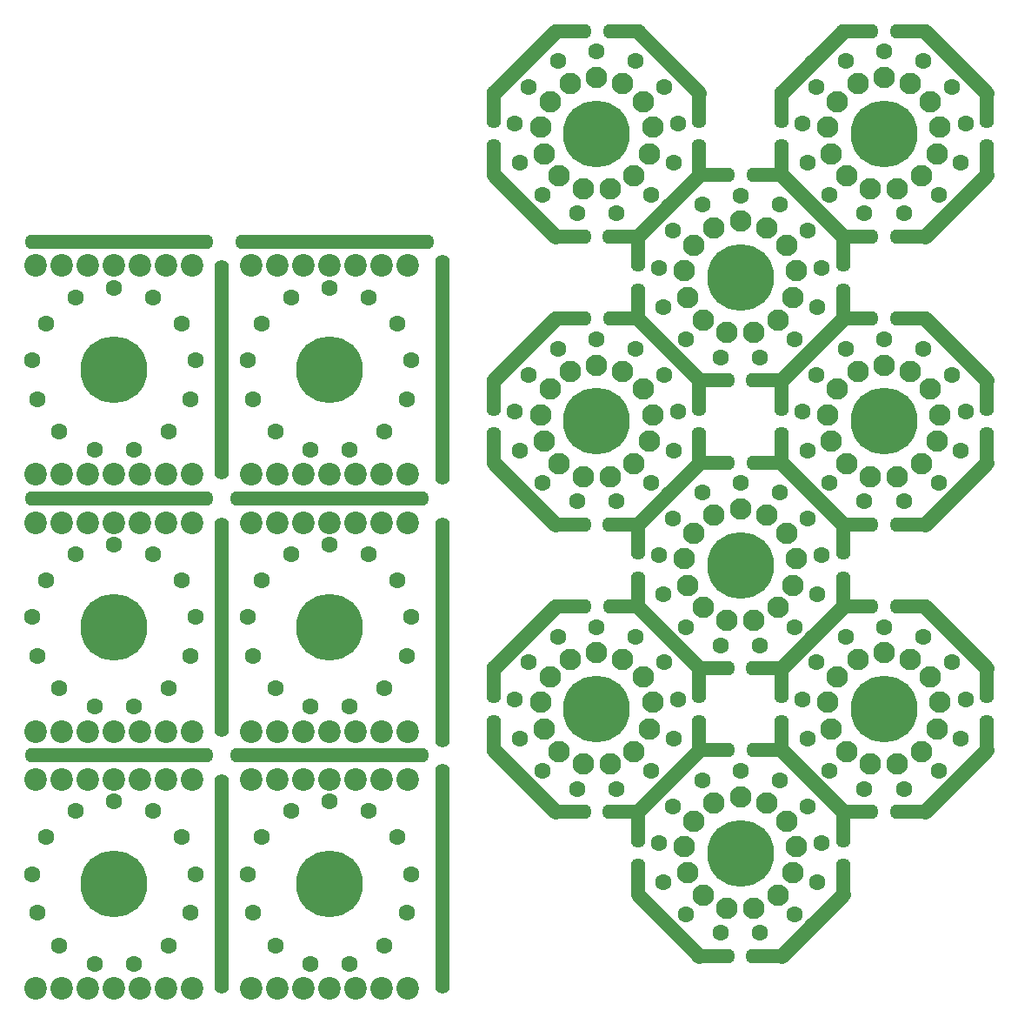
<source format=gbr>
G04 #@! TF.GenerationSoftware,KiCad,Pcbnew,(2018-01-14 revision 63e55e918)-makepkg*
G04 #@! TF.CreationDate,2018-02-22T22:40:35+00:00*
G04 #@! TF.ProjectId,Test nixie bearing,54657374206E69786965206265617269,rev?*
G04 #@! TF.SameCoordinates,Original*
G04 #@! TF.FileFunction,Soldermask,Top*
G04 #@! TF.FilePolarity,Negative*
%FSLAX46Y46*%
G04 Gerber Fmt 4.6, Leading zero omitted, Abs format (unit mm)*
G04 Created by KiCad (PCBNEW (2018-01-14 revision 63e55e918)-makepkg) date 02/22/18 22:40:35*
%MOMM*%
%LPD*%
G01*
G04 APERTURE LIST*
%ADD10O,1.400000X22.400000*%
%ADD11C,6.500000*%
%ADD12C,1.600000*%
%ADD13C,2.200000*%
%ADD14O,1.400000X4.150000*%
%ADD15O,4.150000X1.400000*%
%ADD16C,1.400000*%
%ADD17C,1.400000*%
%ADD18O,18.400000X1.400000*%
%ADD19C,2.100000*%
%ADD20O,1.400000X21.400000*%
%ADD21O,19.400000X1.400000*%
G04 APERTURE END LIST*
D10*
X84000000Y-130500000D03*
D11*
X73000000Y-131000000D03*
D12*
X73000000Y-123000000D03*
X76810000Y-123916352D03*
X79583870Y-126455483D03*
X80941670Y-130035707D03*
X69282215Y-123916352D03*
X78304981Y-136988085D03*
X66416130Y-126455483D03*
X67695019Y-136988085D03*
X80480129Y-133836839D03*
X65058330Y-130035707D03*
X71085475Y-138767534D03*
X65519871Y-133836839D03*
X74914525Y-138767534D03*
D13*
X73000000Y-120840000D03*
X75540000Y-120840000D03*
X78080000Y-120840000D03*
X80620000Y-120840000D03*
X67920000Y-120840000D03*
X70460000Y-120840000D03*
X65380000Y-120840000D03*
X80620000Y-141160000D03*
X78080000Y-141160000D03*
X75540000Y-141160000D03*
X70460000Y-141160000D03*
X67920000Y-141160000D03*
X65380000Y-141160000D03*
X73000000Y-141160000D03*
D14*
X89000000Y-116600000D03*
X89000000Y-111400000D03*
X109000000Y-111400000D03*
X109000000Y-116600000D03*
D15*
X101600000Y-124000000D03*
X96400000Y-124000000D03*
X96400000Y-104000000D03*
X101650000Y-104000000D03*
D16*
X92000000Y-107000000D03*
D17*
X94999901Y-104000099D02*
X89000099Y-109999901D01*
D18*
X52500000Y-68500000D03*
D16*
X92000000Y-121000000D03*
D17*
X89000099Y-118000099D02*
X94999901Y-123999901D01*
D16*
X106000000Y-107000000D03*
D17*
X103000099Y-104000099D02*
X108999901Y-109999901D01*
D12*
X100914525Y-121767534D03*
X91519871Y-116836839D03*
X97085475Y-121767534D03*
X91058330Y-113035707D03*
X106480129Y-116836839D03*
X93695019Y-119988085D03*
X92416130Y-109455483D03*
X104304981Y-119988085D03*
X95282215Y-106916352D03*
X106941670Y-113035707D03*
X105583870Y-109455483D03*
X102810000Y-106916352D03*
X99000000Y-106000000D03*
D11*
X99000000Y-114000000D03*
D19*
X99000000Y-108500000D03*
X101560000Y-109130000D03*
X103530000Y-110870000D03*
X104460000Y-113330000D03*
X104140000Y-115940000D03*
X102640000Y-118110000D03*
X100310000Y-119340000D03*
X97680000Y-119340000D03*
X95350000Y-118110000D03*
X93860000Y-115940000D03*
X93540000Y-113330000D03*
X94470000Y-110870000D03*
X96440000Y-109130000D03*
D14*
X103000000Y-130600000D03*
X103000000Y-125400000D03*
X123000000Y-125400000D03*
X123000000Y-130600000D03*
D15*
X115600000Y-138000000D03*
X110400000Y-138000000D03*
X110400000Y-118000000D03*
X115650000Y-118000000D03*
D16*
X106000000Y-121000000D03*
D17*
X108999901Y-118000099D02*
X103000099Y-123999901D01*
D16*
X120000000Y-135000000D03*
D17*
X122999901Y-132000099D02*
X117000099Y-137999901D01*
D16*
X106000000Y-135000000D03*
D17*
X103000099Y-132000099D02*
X108999901Y-137999901D01*
D20*
X62500000Y-106000000D03*
D12*
X114914525Y-135767534D03*
X105519871Y-130836839D03*
X111085475Y-135767534D03*
X105058330Y-127035707D03*
X120480129Y-130836839D03*
X107695019Y-133988085D03*
X106416130Y-123455483D03*
X118304981Y-133988085D03*
X109282215Y-120916352D03*
X120941670Y-127035707D03*
X119583870Y-123455483D03*
X116810000Y-120916352D03*
X113000000Y-120000000D03*
D11*
X113000000Y-128000000D03*
D19*
X113000000Y-122500000D03*
X115560000Y-123130000D03*
X117530000Y-124870000D03*
X118460000Y-127330000D03*
X118140000Y-129940000D03*
X116640000Y-132110000D03*
X114310000Y-133340000D03*
X111680000Y-133340000D03*
X109350000Y-132110000D03*
X107860000Y-129940000D03*
X107540000Y-127330000D03*
X108470000Y-124870000D03*
X110440000Y-123130000D03*
D14*
X117000000Y-116600000D03*
X117000000Y-111400000D03*
X137000000Y-111400000D03*
X137000000Y-116600000D03*
D15*
X129600000Y-124000000D03*
X124400000Y-124000000D03*
X124400000Y-104000000D03*
X129650000Y-104000000D03*
D16*
X120000000Y-107000000D03*
D17*
X122999901Y-104000099D02*
X117000099Y-109999901D01*
D16*
X134000000Y-121000000D03*
D17*
X136999901Y-118000099D02*
X131000099Y-123999901D01*
D16*
X120000000Y-121000000D03*
D17*
X117000099Y-118000099D02*
X122999901Y-123999901D01*
D16*
X134000000Y-107000000D03*
D17*
X131000099Y-104000099D02*
X136999901Y-109999901D01*
D12*
X128914525Y-121767534D03*
X119519871Y-116836839D03*
X125085475Y-121767534D03*
X119058330Y-113035707D03*
X134480129Y-116836839D03*
X121695019Y-119988085D03*
X120416130Y-109455483D03*
X132304981Y-119988085D03*
X123282215Y-106916352D03*
X134941670Y-113035707D03*
X133583870Y-109455483D03*
X130810000Y-106916352D03*
X127000000Y-106000000D03*
D11*
X127000000Y-114000000D03*
D19*
X127000000Y-108500000D03*
X129560000Y-109130000D03*
X131530000Y-110870000D03*
X132460000Y-113330000D03*
X132140000Y-115940000D03*
X130640000Y-118110000D03*
X128310000Y-119340000D03*
X125680000Y-119340000D03*
X123350000Y-118110000D03*
X121860000Y-115940000D03*
X121540000Y-113330000D03*
X122470000Y-110870000D03*
X124440000Y-109130000D03*
D13*
X52000000Y-141160000D03*
X44380000Y-141160000D03*
X46920000Y-141160000D03*
X49460000Y-141160000D03*
X54540000Y-141160000D03*
X57080000Y-141160000D03*
X59620000Y-141160000D03*
X44380000Y-120840000D03*
X49460000Y-120840000D03*
X46920000Y-120840000D03*
X59620000Y-120840000D03*
X57080000Y-120840000D03*
X54540000Y-120840000D03*
X52000000Y-120840000D03*
D12*
X53914525Y-138767534D03*
X44519871Y-133836839D03*
X50085475Y-138767534D03*
X44058330Y-130035707D03*
X59480129Y-133836839D03*
X46695019Y-136988085D03*
X45416130Y-126455483D03*
X57304981Y-136988085D03*
X48282215Y-123916352D03*
X59941670Y-130035707D03*
X58583870Y-126455483D03*
X55810000Y-123916352D03*
X52000000Y-123000000D03*
D11*
X52000000Y-131000000D03*
D14*
X103000000Y-102600000D03*
X103000000Y-97400000D03*
X123000000Y-97400000D03*
X123000000Y-102600000D03*
D15*
X115600000Y-110000000D03*
X110400000Y-110000000D03*
X110400000Y-90000000D03*
X115650000Y-90000000D03*
D18*
X52500000Y-118500000D03*
X52500000Y-93500000D03*
D21*
X73000000Y-93500000D03*
X73500000Y-68500000D03*
D12*
X114914525Y-107767534D03*
X105519871Y-102836839D03*
X111085475Y-107767534D03*
X105058330Y-99035707D03*
X120480129Y-102836839D03*
X107695019Y-105988085D03*
X106416130Y-95455483D03*
X118304981Y-105988085D03*
X109282215Y-92916352D03*
X120941670Y-99035707D03*
X119583870Y-95455483D03*
X116810000Y-92916352D03*
X113000000Y-92000000D03*
D11*
X113000000Y-100000000D03*
D19*
X113000000Y-94500000D03*
X115560000Y-95130000D03*
X117530000Y-96870000D03*
X118460000Y-99330000D03*
X118140000Y-101940000D03*
X116640000Y-104110000D03*
X114310000Y-105340000D03*
X111680000Y-105340000D03*
X109350000Y-104110000D03*
X107860000Y-101940000D03*
X107540000Y-99330000D03*
X108470000Y-96870000D03*
X110440000Y-95130000D03*
D14*
X117000000Y-88600000D03*
X117000000Y-83400000D03*
X137000000Y-83400000D03*
X137000000Y-88600000D03*
D15*
X129600000Y-96000000D03*
X124400000Y-96000000D03*
X124400000Y-76000000D03*
X129650000Y-76000000D03*
D20*
X62500000Y-131000000D03*
D16*
X134000000Y-93000000D03*
D17*
X136999901Y-90000099D02*
X131000099Y-95999901D01*
D16*
X120000000Y-93000000D03*
D17*
X117000099Y-90000099D02*
X122999901Y-95999901D01*
D16*
X134000000Y-79000000D03*
D17*
X131000099Y-76000099D02*
X136999901Y-81999901D01*
D12*
X128914525Y-93767534D03*
X119519871Y-88836839D03*
X125085475Y-93767534D03*
X119058330Y-85035707D03*
X134480129Y-88836839D03*
X121695019Y-91988085D03*
X120416130Y-81455483D03*
X132304981Y-91988085D03*
X123282215Y-78916352D03*
X134941670Y-85035707D03*
X133583870Y-81455483D03*
X130810000Y-78916352D03*
X127000000Y-78000000D03*
D11*
X127000000Y-86000000D03*
D19*
X127000000Y-80500000D03*
X129560000Y-81130000D03*
X131530000Y-82870000D03*
X132460000Y-85330000D03*
X132140000Y-87940000D03*
X130640000Y-90110000D03*
X128310000Y-91340000D03*
X125680000Y-91340000D03*
X123350000Y-90110000D03*
X121860000Y-87940000D03*
X121540000Y-85330000D03*
X122470000Y-82870000D03*
X124440000Y-81130000D03*
D14*
X89000000Y-88600000D03*
X89000000Y-83400000D03*
X109000000Y-83400000D03*
X109000000Y-88600000D03*
D15*
X101600000Y-96000000D03*
X96400000Y-96000000D03*
X96400000Y-76000000D03*
X101650000Y-76000000D03*
D16*
X92000000Y-79000000D03*
D17*
X94999901Y-76000099D02*
X89000099Y-81999901D01*
D16*
X106000000Y-93000000D03*
D17*
X108999901Y-90000099D02*
X103000099Y-95999901D01*
D16*
X92000000Y-93000000D03*
D17*
X89000099Y-90000099D02*
X94999901Y-95999901D01*
D10*
X84000000Y-81000000D03*
D12*
X100914525Y-93767534D03*
X91519871Y-88836839D03*
X97085475Y-93767534D03*
X91058330Y-85035707D03*
X106480129Y-88836839D03*
X93695019Y-91988085D03*
X92416130Y-81455483D03*
X104304981Y-91988085D03*
X95282215Y-78916352D03*
X106941670Y-85035707D03*
X105583870Y-81455483D03*
X102810000Y-78916352D03*
X99000000Y-78000000D03*
D11*
X99000000Y-86000000D03*
D19*
X99000000Y-80500000D03*
X101560000Y-81130000D03*
X103530000Y-82870000D03*
X104460000Y-85330000D03*
X104140000Y-87940000D03*
X102640000Y-90110000D03*
X100310000Y-91340000D03*
X97680000Y-91340000D03*
X95350000Y-90110000D03*
X93860000Y-87940000D03*
X93540000Y-85330000D03*
X94470000Y-82870000D03*
X96440000Y-81130000D03*
D14*
X103000000Y-74600000D03*
X103000000Y-69400000D03*
X123000000Y-69400000D03*
X123000000Y-74600000D03*
D15*
X115600000Y-82000000D03*
X110400000Y-82000000D03*
X110400000Y-62000000D03*
X115650000Y-62000000D03*
D20*
X62500000Y-81000000D03*
D16*
X120000000Y-79000000D03*
D17*
X122999901Y-76000099D02*
X117000099Y-81999901D01*
D16*
X106000000Y-79000000D03*
D17*
X103000099Y-76000099D02*
X108999901Y-81999901D01*
D21*
X73000000Y-118500000D03*
D12*
X114914525Y-79767534D03*
X105519871Y-74836839D03*
X111085475Y-79767534D03*
X105058330Y-71035707D03*
X120480129Y-74836839D03*
X107695019Y-77988085D03*
X106416130Y-67455483D03*
X118304981Y-77988085D03*
X109282215Y-64916352D03*
X120941670Y-71035707D03*
X119583870Y-67455483D03*
X116810000Y-64916352D03*
X113000000Y-64000000D03*
D11*
X113000000Y-72000000D03*
D19*
X113000000Y-66500000D03*
X115560000Y-67130000D03*
X117530000Y-68870000D03*
X118460000Y-71330000D03*
X118140000Y-73940000D03*
X116640000Y-76110000D03*
X114310000Y-77340000D03*
X111680000Y-77340000D03*
X109350000Y-76110000D03*
X107860000Y-73940000D03*
X107540000Y-71330000D03*
X108470000Y-68870000D03*
X110440000Y-67130000D03*
D14*
X117000000Y-60600000D03*
X117000000Y-55400000D03*
X137000000Y-55400000D03*
X137000000Y-60600000D03*
D15*
X129600000Y-68000000D03*
X124400000Y-68000000D03*
X124400000Y-48000000D03*
X129650000Y-48000000D03*
D16*
X120000000Y-51000000D03*
D17*
X122999901Y-48000099D02*
X117000099Y-53999901D01*
D16*
X134000000Y-65000000D03*
D17*
X136999901Y-62000099D02*
X131000099Y-67999901D01*
D16*
X120000000Y-65000000D03*
D17*
X117000099Y-62000099D02*
X122999901Y-67999901D01*
D16*
X134000000Y-51000000D03*
D17*
X131000099Y-48000099D02*
X136999901Y-53999901D01*
D12*
X128914525Y-65767534D03*
X119519871Y-60836839D03*
X125085475Y-65767534D03*
X119058330Y-57035707D03*
X134480129Y-60836839D03*
X121695019Y-63988085D03*
X120416130Y-53455483D03*
X132304981Y-63988085D03*
X123282215Y-50916352D03*
X134941670Y-57035707D03*
X133583870Y-53455483D03*
X130810000Y-50916352D03*
X127000000Y-50000000D03*
D11*
X127000000Y-58000000D03*
D19*
X127000000Y-52500000D03*
X129560000Y-53130000D03*
X131530000Y-54870000D03*
X132460000Y-57330000D03*
X132140000Y-59940000D03*
X130640000Y-62110000D03*
X128310000Y-63340000D03*
X125680000Y-63340000D03*
X123350000Y-62110000D03*
X121860000Y-59940000D03*
X121540000Y-57330000D03*
X122470000Y-54870000D03*
X124440000Y-53130000D03*
D14*
X89000000Y-60600000D03*
X89000000Y-55400000D03*
X109000000Y-55400000D03*
X109000000Y-60600000D03*
D15*
X101600000Y-68000000D03*
X96400000Y-68000000D03*
X96400000Y-48000000D03*
X101650000Y-48000000D03*
D16*
X92000000Y-51000000D03*
D17*
X94999901Y-48000099D02*
X89000099Y-53999901D01*
D16*
X106000000Y-65000000D03*
D17*
X108999901Y-62000099D02*
X103000099Y-67999901D01*
D16*
X92000000Y-65000000D03*
D17*
X89000099Y-62000099D02*
X94999901Y-67999901D01*
D16*
X106000000Y-51000000D03*
D17*
X103000099Y-48000099D02*
X108999901Y-53999901D01*
D12*
X100914525Y-65767534D03*
X91519871Y-60836839D03*
X97085475Y-65767534D03*
X91058330Y-57035707D03*
X106480129Y-60836839D03*
X93695019Y-63988085D03*
X92416130Y-53455483D03*
X104304981Y-63988085D03*
X95282215Y-50916352D03*
X106941670Y-57035707D03*
X105583870Y-53455483D03*
X102810000Y-50916352D03*
X99000000Y-50000000D03*
D11*
X99000000Y-58000000D03*
D19*
X99000000Y-52500000D03*
X101560000Y-53130000D03*
X103530000Y-54870000D03*
X104460000Y-57330000D03*
X104140000Y-59940000D03*
X102640000Y-62110000D03*
X100310000Y-63340000D03*
X97680000Y-63340000D03*
X95350000Y-62110000D03*
X93860000Y-59940000D03*
X93540000Y-57330000D03*
X94470000Y-54870000D03*
X96440000Y-53130000D03*
D13*
X52000000Y-116160000D03*
X44380000Y-116160000D03*
X46920000Y-116160000D03*
X49460000Y-116160000D03*
X54540000Y-116160000D03*
X57080000Y-116160000D03*
X59620000Y-116160000D03*
X44380000Y-95840000D03*
X49460000Y-95840000D03*
X46920000Y-95840000D03*
X59620000Y-95840000D03*
X57080000Y-95840000D03*
X54540000Y-95840000D03*
X52000000Y-95840000D03*
D12*
X53914525Y-113767534D03*
X44519871Y-108836839D03*
X50085475Y-113767534D03*
X44058330Y-105035707D03*
X59480129Y-108836839D03*
X46695019Y-111988085D03*
X45416130Y-101455483D03*
X57304981Y-111988085D03*
X48282215Y-98916352D03*
X59941670Y-105035707D03*
X58583870Y-101455483D03*
X55810000Y-98916352D03*
X52000000Y-98000000D03*
D11*
X52000000Y-106000000D03*
D13*
X73000000Y-116160000D03*
X65380000Y-116160000D03*
X67920000Y-116160000D03*
X70460000Y-116160000D03*
X75540000Y-116160000D03*
X78080000Y-116160000D03*
X80620000Y-116160000D03*
X65380000Y-95840000D03*
X70460000Y-95840000D03*
X67920000Y-95840000D03*
X80620000Y-95840000D03*
X78080000Y-95840000D03*
X75540000Y-95840000D03*
X73000000Y-95840000D03*
D12*
X74914525Y-113767534D03*
X65519871Y-108836839D03*
X71085475Y-113767534D03*
X65058330Y-105035707D03*
X80480129Y-108836839D03*
X67695019Y-111988085D03*
X66416130Y-101455483D03*
X78304981Y-111988085D03*
X69282215Y-98916352D03*
X80941670Y-105035707D03*
X79583870Y-101455483D03*
X76810000Y-98916352D03*
X73000000Y-98000000D03*
D11*
X73000000Y-106000000D03*
D13*
X52000000Y-91160000D03*
X44380000Y-91160000D03*
X46920000Y-91160000D03*
X49460000Y-91160000D03*
X54540000Y-91160000D03*
X57080000Y-91160000D03*
X59620000Y-91160000D03*
X44380000Y-70840000D03*
X49460000Y-70840000D03*
X46920000Y-70840000D03*
X59620000Y-70840000D03*
X57080000Y-70840000D03*
X54540000Y-70840000D03*
X52000000Y-70840000D03*
D12*
X53914525Y-88767534D03*
X44519871Y-83836839D03*
X50085475Y-88767534D03*
X44058330Y-80035707D03*
X59480129Y-83836839D03*
X46695019Y-86988085D03*
X45416130Y-76455483D03*
X57304981Y-86988085D03*
X48282215Y-73916352D03*
X59941670Y-80035707D03*
X58583870Y-76455483D03*
X55810000Y-73916352D03*
X52000000Y-73000000D03*
D11*
X52000000Y-81000000D03*
D13*
X73000000Y-91160000D03*
X65380000Y-91160000D03*
X67920000Y-91160000D03*
X70460000Y-91160000D03*
X75540000Y-91160000D03*
X78080000Y-91160000D03*
X80620000Y-91160000D03*
X65380000Y-70840000D03*
X70460000Y-70840000D03*
X67920000Y-70840000D03*
X80620000Y-70840000D03*
X78080000Y-70840000D03*
X75540000Y-70840000D03*
X73000000Y-70840000D03*
D12*
X74914525Y-88767534D03*
X65519871Y-83836839D03*
X71085475Y-88767534D03*
X65058330Y-80035707D03*
X80480129Y-83836839D03*
X67695019Y-86988085D03*
X66416130Y-76455483D03*
X78304981Y-86988085D03*
X69282215Y-73916352D03*
X80941670Y-80035707D03*
X79583870Y-76455483D03*
X76810000Y-73916352D03*
X73000000Y-73000000D03*
D11*
X73000000Y-81000000D03*
D10*
X84000000Y-106500000D03*
M02*

</source>
